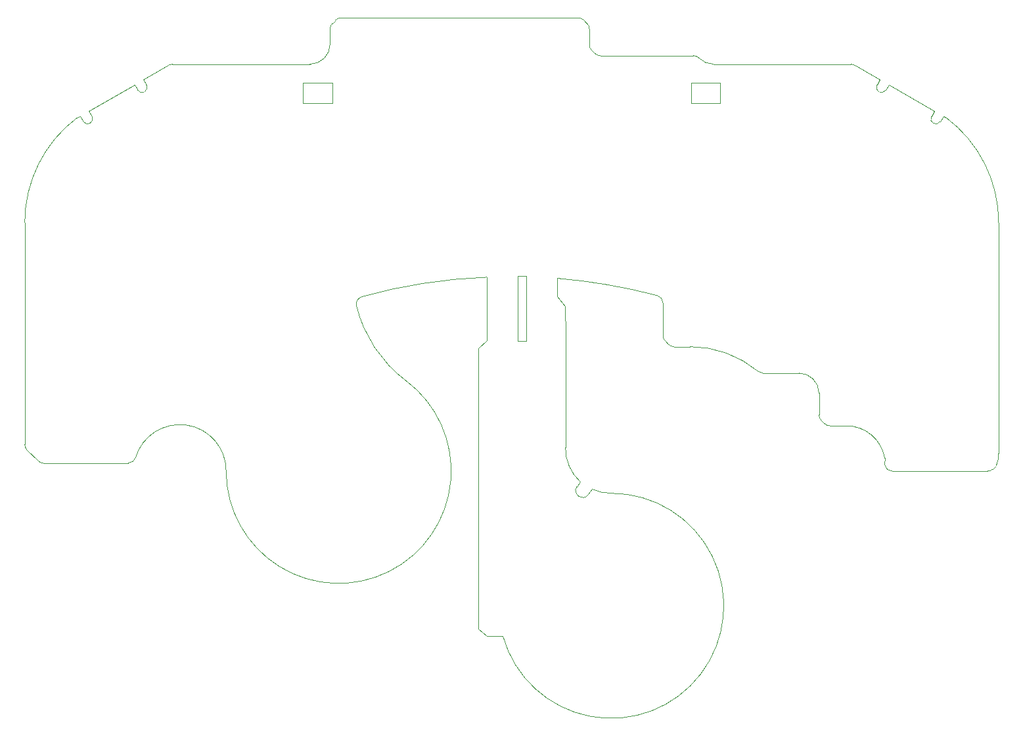
<source format=gm1>
G04 #@! TF.GenerationSoftware,KiCad,Pcbnew,(6.0.9)*
G04 #@! TF.CreationDate,2022-12-16T01:27:57-08:00*
G04 #@! TF.ProjectId,PhobGCC_2_0_0_proto_1,50686f62-4743-4435-9f32-5f305f305f70,rev?*
G04 #@! TF.SameCoordinates,Original*
G04 #@! TF.FileFunction,Profile,NP*
%FSLAX46Y46*%
G04 Gerber Fmt 4.6, Leading zero omitted, Abs format (unit mm)*
G04 Created by KiCad (PCBNEW (6.0.9)) date 2022-12-16 01:27:57*
%MOMM*%
%LPD*%
G01*
G04 APERTURE LIST*
G04 #@! TA.AperFunction,Profile*
%ADD10C,0.050000*%
G04 #@! TD*
G04 #@! TA.AperFunction,Profile*
%ADD11C,0.100000*%
G04 #@! TD*
G04 APERTURE END LIST*
D10*
X84090000Y-33730000D02*
X84090000Y-31130000D01*
X134090000Y-33730000D02*
X134090000Y-31130000D01*
X112860000Y-64388391D02*
X112861800Y-56326618D01*
D11*
X160035421Y-81176124D02*
X172317318Y-81176124D01*
X165087895Y-35462132D02*
X165486672Y-34768607D01*
X49954205Y-79844221D02*
G75*
G03*
X50663000Y-80140000I714195J714321D01*
G01*
X51645000Y-80139957D02*
X50663000Y-80140000D01*
X119842883Y-82558942D02*
X119376378Y-83178617D01*
X150597106Y-71137107D02*
X150597106Y-73922893D01*
X152011319Y-75337107D02*
X154134915Y-75337107D01*
X158464731Y-30730991D02*
X155228573Y-28870200D01*
X165087886Y-35462127D02*
G75*
G03*
X166214873Y-36110144I563514J-323973D01*
G01*
D10*
X134090000Y-31130000D02*
X137890000Y-31130000D01*
D11*
X48247107Y-49137108D02*
X48247107Y-76664000D01*
X173024425Y-80883231D02*
X173438638Y-80469018D01*
X159591709Y-31379003D02*
X159192932Y-32072529D01*
D10*
X87890000Y-33730000D02*
X84090000Y-33730000D01*
X106705400Y-65379600D02*
X107772200Y-64363600D01*
D11*
X130497104Y-59511297D02*
G75*
G03*
X129749616Y-58543703I-1000004J-3D01*
G01*
X106715107Y-101504552D02*
X107824000Y-102423717D01*
X91710981Y-58685037D02*
G75*
G03*
X90998864Y-59886480I259819J-965763D01*
G01*
X84997107Y-28737106D02*
G75*
G03*
X87597106Y-26137107I-7J2600006D01*
G01*
X87597106Y-24180963D02*
X87597106Y-26137107D01*
X87889978Y-23473835D02*
G75*
G03*
X87597106Y-24180963I707322J-707165D01*
G01*
D10*
X129749617Y-58543698D02*
G75*
G03*
X116861800Y-56326618I-19255817J-73366702D01*
G01*
D11*
X166997106Y-35637107D02*
X166613650Y-35416620D01*
X131204221Y-64844204D02*
G75*
G03*
X131911318Y-65137107I707079J707004D01*
G01*
X135127314Y-27943737D02*
G75*
G03*
X136997106Y-28737107I1869786J1806637D01*
G01*
X121341061Y-83475840D02*
G75*
G03*
X123824000Y-84023717I2482239J5349140D01*
G01*
X62801281Y-32072530D02*
X62402504Y-31379004D01*
X120874563Y-84176335D02*
X121341069Y-83475824D01*
X130789999Y-64430000D02*
X131204212Y-64844213D01*
X67264111Y-28737112D02*
G75*
G03*
X66765640Y-28870201I-11J-999988D01*
G01*
X106718000Y-82260552D02*
X106717957Y-82882552D01*
X159064982Y-79503773D02*
X159049408Y-80342790D01*
X106717957Y-92183552D02*
X106715107Y-101504552D01*
X120997089Y-24180963D02*
G75*
G03*
X120704213Y-23473856I-999889J63D01*
G01*
X55779330Y-36110151D02*
G75*
G03*
X56906318Y-35462133I563470J324051D01*
G01*
X150889999Y-74630000D02*
X151304212Y-75044213D01*
D10*
X111778800Y-64389609D02*
X111778800Y-56030000D01*
D11*
X117924000Y-78123717D02*
X117924000Y-74923717D01*
X173747098Y-49137107D02*
G75*
G03*
X166997106Y-35637107I-16874998J7D01*
G01*
X88304212Y-23059643D02*
X87889999Y-23473856D01*
D10*
X112861800Y-56030000D02*
X112861800Y-56326618D01*
D11*
X142725998Y-68304415D02*
G75*
G03*
X133997106Y-65137106I-8728898J-10444485D01*
G01*
X142725977Y-68304440D02*
G75*
G03*
X143367271Y-68537106I641323J767540D01*
G01*
X166613650Y-35416620D02*
X166214873Y-36110145D01*
X60946000Y-80139957D02*
X51645000Y-80139957D01*
D10*
X137890000Y-31130000D02*
X137890000Y-33730000D01*
D11*
X120997106Y-26224375D02*
X120997106Y-24180963D01*
X121704226Y-27345682D02*
G75*
G03*
X122411319Y-27638589I707074J706982D01*
G01*
X120704212Y-23473856D02*
X120289999Y-23059643D01*
X74197110Y-81137107D02*
G75*
G03*
X62525292Y-79424399I-5961570J-3D01*
G01*
D10*
X84090000Y-31130000D02*
X87890000Y-31130000D01*
D11*
X159064962Y-79503776D02*
G75*
G03*
X154134914Y-75337106I-4930062J-833324D01*
G01*
X165486672Y-34768607D02*
X159591709Y-31379003D01*
X63529482Y-30730992D02*
X63928259Y-31424517D01*
X120997080Y-26224375D02*
G75*
G03*
X121289999Y-26931482I1000120J75D01*
G01*
X130497106Y-59511297D02*
X130497106Y-63722893D01*
X62801260Y-32072541D02*
G75*
G03*
X63928259Y-31424517I563540J323941D01*
G01*
X74197105Y-81137107D02*
G75*
G03*
X97361544Y-69510519I14500001J0D01*
G01*
D10*
X111778800Y-64389609D02*
X112860000Y-64388391D01*
D11*
X89011319Y-22766748D02*
G75*
G03*
X88304212Y-23059642I-19J-999952D01*
G01*
X107824000Y-102423717D02*
X109858328Y-102423717D01*
X151304221Y-75044204D02*
G75*
G03*
X152011318Y-75337107I707079J707004D01*
G01*
X134408170Y-27638589D02*
X122411319Y-27638589D01*
D10*
X117924000Y-63695835D02*
X117906800Y-59893200D01*
D11*
X173747106Y-78922893D02*
X173747106Y-49137107D01*
X150597109Y-73922893D02*
G75*
G03*
X150889999Y-74630000I999991J-7D01*
G01*
D10*
X117906800Y-59893200D02*
X116861800Y-58645093D01*
D11*
X159049367Y-80342797D02*
G75*
G03*
X160035420Y-81176124I986033J166697D01*
G01*
X55779340Y-36110146D02*
X55380563Y-35416621D01*
X119582892Y-22766749D02*
X89011319Y-22766749D01*
X154730102Y-28737107D02*
X136997106Y-28737107D01*
D10*
X87890000Y-31130000D02*
X87890000Y-33730000D01*
D11*
X48540000Y-78430000D02*
X49954213Y-79844213D01*
X158065954Y-31424516D02*
X158464731Y-30730991D01*
X158065957Y-31424518D02*
G75*
G03*
X159192932Y-32072528I563443J-324082D01*
G01*
X107773266Y-56184796D02*
G75*
G03*
X91710992Y-58685076I2659934J-69931604D01*
G01*
D10*
X111778800Y-56030000D02*
X112861800Y-56030000D01*
X137890000Y-33730000D02*
X134090000Y-33730000D01*
D11*
X172317318Y-81176130D02*
G75*
G03*
X173024425Y-80883231I-18J1000030D01*
G01*
D10*
X117924000Y-74923717D02*
X117924000Y-63695835D01*
D11*
X106717957Y-82882552D02*
X106717957Y-92183552D01*
X66765640Y-28870201D02*
X63529482Y-30730992D01*
X173438625Y-80469012D02*
G75*
G03*
X173747106Y-78922894I-3720325J1546112D01*
G01*
X120289993Y-23059649D02*
G75*
G03*
X119582893Y-22766749I-707093J-707051D01*
G01*
X90998877Y-59886478D02*
G75*
G03*
X97361543Y-69510519I16520923J4007078D01*
G01*
X150597093Y-71137107D02*
G75*
G03*
X147997106Y-68537107I-2599993J7D01*
G01*
X62402504Y-31379004D02*
X56507541Y-34768608D01*
D10*
X116861800Y-56326618D02*
X116861800Y-58645093D01*
D11*
X119376348Y-83178597D02*
G75*
G03*
X120874563Y-84176335I749152J-498803D01*
G01*
X48247107Y-76664000D02*
X48247000Y-77722893D01*
X135127293Y-27943758D02*
G75*
G03*
X134408170Y-27638589I-719093J-694642D01*
G01*
X109858328Y-102423717D02*
G75*
G03*
X123824000Y-84023717I13966012J3899742D01*
G01*
X84997107Y-28737107D02*
X67264111Y-28737107D01*
X106718000Y-82260552D02*
X106718000Y-75005000D01*
X61570000Y-80140000D02*
X60946000Y-80139957D01*
X155228572Y-28870201D02*
G75*
G03*
X154730102Y-28737106I-498472J-866899D01*
G01*
X121704212Y-27345696D02*
X121289999Y-26931482D01*
X55380563Y-35416621D02*
X54997107Y-35637108D01*
X61570000Y-80140007D02*
G75*
G03*
X62525291Y-79424399I-6500J1004107D01*
G01*
X56507541Y-34768608D02*
X56906318Y-35462133D01*
D10*
X106718000Y-75005000D02*
X106705400Y-65379600D01*
X107772200Y-64363600D02*
X107773266Y-56184800D01*
D11*
X143367271Y-68537107D02*
X147997106Y-68537107D01*
X117923979Y-78123717D02*
G75*
G03*
X119842883Y-82558942I5897221J-81283D01*
G01*
X130497109Y-63722893D02*
G75*
G03*
X130789999Y-64430000I999991J-7D01*
G01*
X48246985Y-77722893D02*
G75*
G03*
X48539999Y-78430000I1000415J293D01*
G01*
X54997105Y-35637105D02*
G75*
G03*
X48247107Y-49137108I10125055J-13500025D01*
G01*
X131911319Y-65137107D02*
X133997106Y-65137107D01*
M02*

</source>
